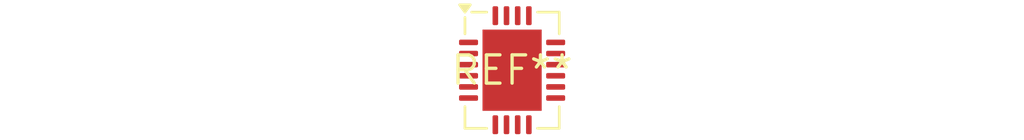
<source format=kicad_pcb>
(kicad_pcb (version 20240108) (generator pcbnew)
  (layers (0 "F.Cu" signal) (31 "B.Cu" signal) (34 "B.Paste" user) (35 "F.Paste" user) (36 "B.SilkS" user "B.Silkscreen") (37 "F.SilkS" user "F.Silkscreen") (38 "B.Mask" user) (39 "F.Mask" user) (44 "Edge.Cuts" user))
  (net 0 "")
  (footprint "QFN-20-1EP_4x5mm_P0.5mm_EP2.65x3.65mm" (layer "F.Cu") (at 0 0)
    (property "Reference" "REF**")
    (property "Value" "QFN-20-1EP_4x5mm_P0.5mm_EP2.65x3.65mm")
    (fp_line (start -2.11 -1.635) (end -2.11 -2.37) (layer "F.SilkS") (stroke (width 0.12)))
    (fp_line (start -2.11 2.61) (end -2.11 1.635) (layer "F.SilkS") (stroke (width 0.12)))
    (fp_line (start -1.135 -2.61) (end -1.81 -2.61) (layer "F.SilkS") (stroke (width 0.12)))
    (fp_line (start -1.135 2.61) (end -2.11 2.61) (layer "F.SilkS") (stroke (width 0.12)))
    (fp_line (start 1.135 -2.61) (end 2.11 -2.61) (layer "F.SilkS") (stroke (width 0.12)))
    (fp_line (start 1.135 2.61) (end 2.11 2.61) (layer "F.SilkS") (stroke (width 0.12)))
    (fp_line (start 2.11 -2.61) (end 2.11 -1.635) (layer "F.SilkS") (stroke (width 0.12)))
    (fp_line (start 2.11 2.61) (end 2.11 1.635) (layer "F.SilkS") (stroke (width 0.12)))
    (fp_poly (pts (xy -2.11 -2.61) (xy -2.35 -2.94) (xy -1.87 -2.94) (xy -2.11 -2.61)) (layer "F.SilkS") (stroke (width 0.12)) (fill solid))
    (pad "1" smd roundrect (at -1.95 -1.25) (size 0.85 0.25) (layers "F.Cu" "F.Paste" "F.Mask"))
    (pad "2" smd roundrect (at -1.95 -0.75) (size 0.85 0.25) (layers "F.Cu" "F.Paste" "F.Mask"))
    (pad "3" smd roundrect (at -1.95 -0.25) (size 0.85 0.25) (layers "F.Cu" "F.Paste" "F.Mask"))
    (pad "4" smd roundrect (at -1.95 0.25) (size 0.85 0.25) (layers "F.Cu" "F.Paste" "F.Mask"))
    (pad "5" smd roundrect (at -1.95 0.75) (size 0.85 0.25) (layers "F.Cu" "F.Paste" "F.Mask"))
    (pad "6" smd roundrect (at -1.95 1.25) (size 0.85 0.25) (layers "F.Cu" "F.Paste" "F.Mask"))
    (pad "7" smd roundrect (at -0.75 2.45) (size 0.25 0.85) (layers "F.Cu" "F.Paste" "F.Mask"))
    (pad "8" smd roundrect (at -0.25 2.45) (size 0.25 0.85) (layers "F.Cu" "F.Paste" "F.Mask"))
    (pad "9" smd roundrect (at 0.25 2.45) (size 0.25 0.85) (layers "F.Cu" "F.Paste" "F.Mask"))
    (pad "10" smd roundrect (at 0.75 2.45) (size 0.25 0.85) (layers "F.Cu" "F.Paste" "F.Mask"))
    (pad "11" smd roundrect (at 1.95 1.25) (size 0.85 0.25) (layers "F.Cu" "F.Paste" "F.Mask"))
    (pad "12" smd roundrect (at 1.95 0.75) (size 0.85 0.25) (layers "F.Cu" "F.Paste" "F.Mask"))
    (pad "13" smd roundrect (at 1.95 0.25) (size 0.85 0.25) (layers "F.Cu" "F.Paste" "F.Mask"))
    (pad "14" smd roundrect (at 1.95 -0.25) (size 0.85 0.25) (layers "F.Cu" "F.Paste" "F.Mask"))
    (pad "15" smd roundrect (at 1.95 -0.75) (size 0.85 0.25) (layers "F.Cu" "F.Paste" "F.Mask"))
    (pad "16" smd roundrect (at 1.95 -1.25) (size 0.85 0.25) (layers "F.Cu" "F.Paste" "F.Mask"))
    (pad "17" smd roundrect (at 0.75 -2.45) (size 0.25 0.85) (layers "F.Cu" "F.Paste" "F.Mask"))
    (pad "18" smd roundrect (at 0.25 -2.45) (size 0.25 0.85) (layers "F.Cu" "F.Paste" "F.Mask"))
    (pad "19" smd roundrect (at -0.25 -2.45) (size 0.25 0.85) (layers "F.Cu" "F.Paste" "F.Mask"))
    (pad "20" smd roundrect (at -0.75 -2.45) (size 0.25 0.85) (layers "F.Cu" "F.Paste" "F.Mask"))
    (pad "21" smd rect (at 0 0) (size 2.65 3.65) (property pad_prop_heatsink) (layers "F.Cu" "F.Mask"))
  )
)
</source>
